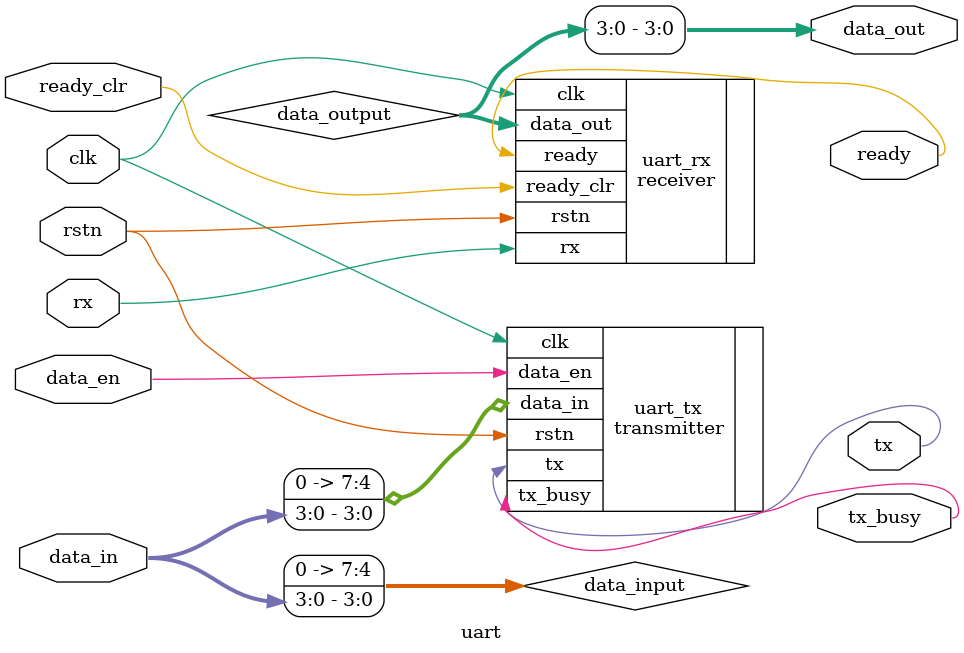
<source format=sv>
module uart #(
	parameter CLOCKS_PER_PULSE = 16
)
(
	input logic [3:0] data_in,
	input logic data_en,
	input logic clk,
	input logic rstn,
	output logic tx,
	output logic tx_busy,
	input logic ready_clr,
	input logic rx,
	output logic ready,
	output logic [3:0] data_out
);
	logic [7:0] data_input; 
	logic [7:0] data_output;

	transmitter #(.CLOCKS_PER_PULSE(CLOCKS_PER_PULSE)) uart_tx (
		.data_in(data_input),
		.data_en(data_en),
		.clk(clk),
		.rstn(rstn),
		.tx(tx),
		.tx_busy(tx_busy)
	);
	
	receiver #(.CLOCKS_PER_PULSE(CLOCKS_PER_PULSE)) uart_rx (
		.clk(clk),
		.rstn(rstn),
		.ready_clr(ready_clr),
		.rx(rx),
		.ready(ready),
		.data_out(data_output)
	);
	
	assign data_input = {4'b0, data_in};
	assign data_out = data_output[3:0];
	
endmodule
</source>
